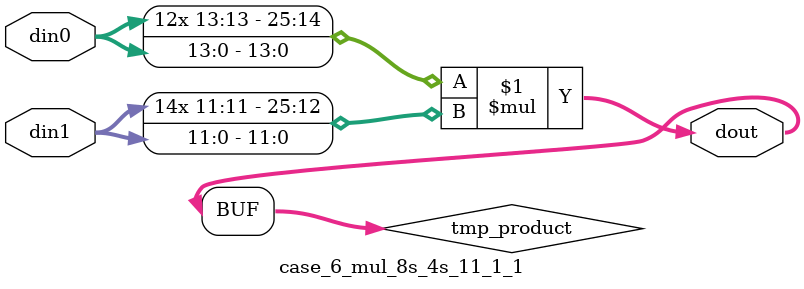
<source format=v>

`timescale 1 ns / 1 ps

 module case_6_mul_8s_4s_11_1_1(din0, din1, dout);
parameter ID = 1;
parameter NUM_STAGE = 0;
parameter din0_WIDTH = 14;
parameter din1_WIDTH = 12;
parameter dout_WIDTH = 26;

input [din0_WIDTH - 1 : 0] din0; 
input [din1_WIDTH - 1 : 0] din1; 
output [dout_WIDTH - 1 : 0] dout;

wire signed [dout_WIDTH - 1 : 0] tmp_product;



























assign tmp_product = $signed(din0) * $signed(din1);








assign dout = tmp_product;





















endmodule

</source>
